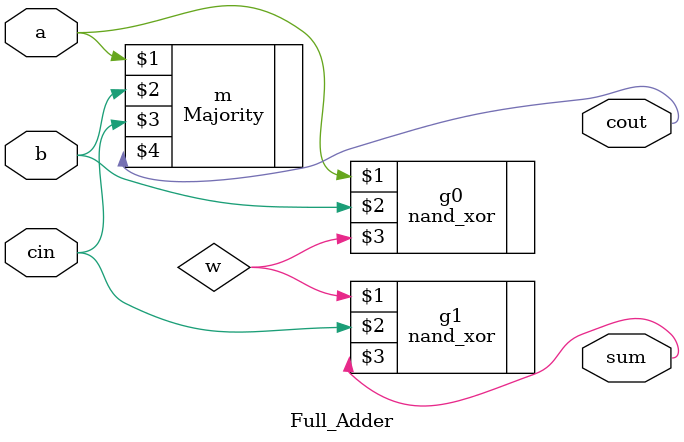
<source format=v>
`timescale 1ns/1ps

module Half_Adder(a, b, cout, sum);
input a, b;
output cout, sum;

nand_xor g0(a, b, sum);
nand_and g1(a, b, cout);

endmodule

module Full_Adder (a, b, cin, cout, sum);
input a, b, cin;
output cout, sum;

wire w;
nand_xor g0(a, b, w);
nand_xor g1(w, cin, sum);

Majority m(a, b, cin, cout);

endmodule


</source>
